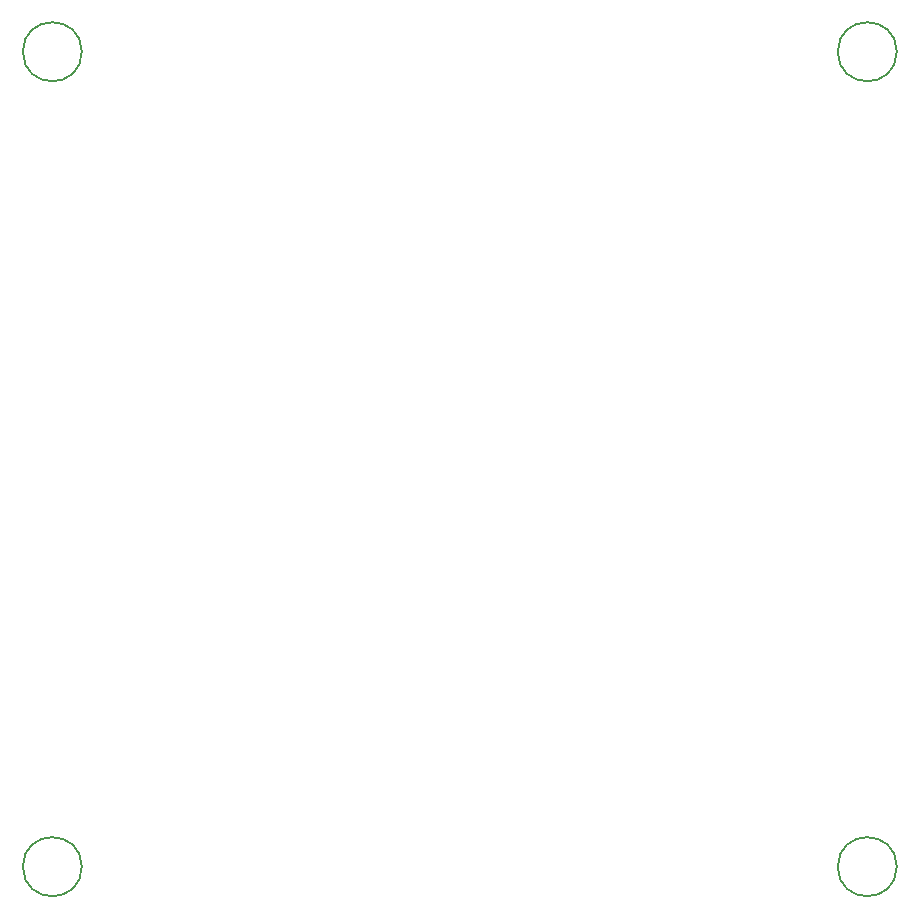
<source format=gbr>
%TF.GenerationSoftware,KiCad,Pcbnew,(6.0.1)*%
%TF.CreationDate,2023-01-03T02:24:04-08:00*%
%TF.ProjectId,ESP32 Dev Carrier - R1,45535033-3220-4446-9576-204361727269,rev?*%
%TF.SameCoordinates,Original*%
%TF.FileFunction,Other,Comment*%
%FSLAX46Y46*%
G04 Gerber Fmt 4.6, Leading zero omitted, Abs format (unit mm)*
G04 Created by KiCad (PCBNEW (6.0.1)) date 2023-01-03 02:24:04*
%MOMM*%
%LPD*%
G01*
G04 APERTURE LIST*
%ADD10C,0.150000*%
G04 APERTURE END LIST*
D10*
%TO.C,H2*%
X5500000Y-72000000D02*
G75*
G03*
X5500000Y-72000000I-2500000J0D01*
G01*
%TO.C,H3*%
X74500000Y-3000000D02*
G75*
G03*
X74500000Y-3000000I-2500000J0D01*
G01*
%TO.C,H1*%
X5500000Y-3000000D02*
G75*
G03*
X5500000Y-3000000I-2500000J0D01*
G01*
%TO.C,H4*%
X74500000Y-72000000D02*
G75*
G03*
X74500000Y-72000000I-2500000J0D01*
G01*
%TD*%
M02*

</source>
